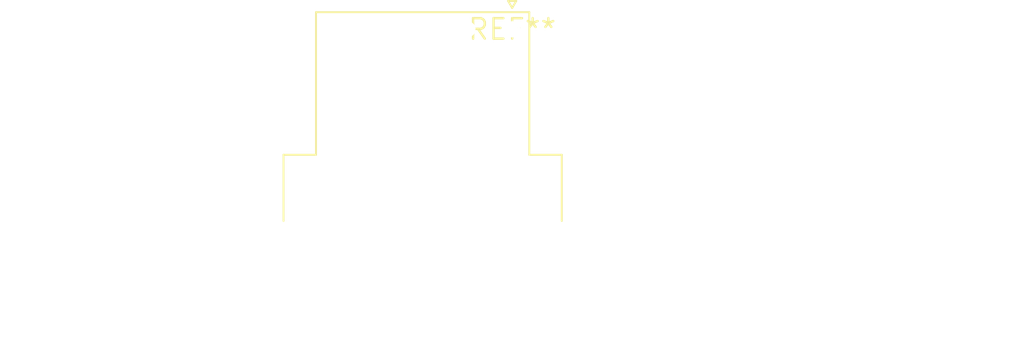
<source format=kicad_pcb>
(kicad_pcb (version 20240108) (generator pcbnew)
  (layers (0 "F.Cu" signal) (31 "B.Cu" signal) (34 "B.Paste" user) (35 "F.Paste" user) (36 "B.SilkS" user "B.Silkscreen") (37 "F.SilkS" user "F.Silkscreen") (38 "B.Mask" user) (39 "F.Mask" user) (44 "Edge.Cuts" user))
  (net 0 "")
  (footprint "DSUB-9_Female_Horizontal_P2.77x2.54mm_EdgePinOffset9.40mm" (layer "F.Cu") (at 0 0)
    (property "Reference" "REF**")
    (property "Value" "DSUB-9_Female_Horizontal_P2.77x2.54mm_EdgePinOffset9.40mm")
    (fp_line (start -14.15 7.78) (end -12.14 7.78) (layer "F.SilkS") (stroke (width 0.12)))
    (fp_line (start -14.15 11.88) (end -14.15 7.78) (layer "F.SilkS") (stroke (width 0.12)))
    (fp_line (start -12.14 -1.06) (end 1.06 -1.06) (layer "F.SilkS") (stroke (width 0.12)))
    (fp_line (start -12.14 7.78) (end -12.14 -1.06) (layer "F.SilkS") (stroke (width 0.12)))
    (fp_line (start -0.25 -1.754338) (end 0.25 -1.754338) (layer "F.SilkS") (stroke (width 0.12)))
    (fp_line (start 0 -1.321325) (end -0.25 -1.754338) (layer "F.SilkS") (stroke (width 0.12)))
    (fp_line (start 0.25 -1.754338) (end 0 -1.321325) (layer "F.SilkS") (stroke (width 0.12)))
    (fp_line (start 1.06 -1.06) (end 1.06 7.78) (layer "F.SilkS") (stroke (width 0.12)))
    (fp_line (start 1.06 7.78) (end 3.07 7.78) (layer "F.SilkS") (stroke (width 0.12)))
    (fp_line (start 3.07 7.78) (end 3.07 11.88) (layer "F.SilkS") (stroke (width 0.12)))
    (pad "1" thru_hole rect (at 0 0) (size 1.6 1.6) (drill 1) (layers *.Cu *.Mask) (remove_unused_layers))
    (pad "2" thru_hole circle (at -2.77 0) (size 1.6 1.6) (drill 1) (layers *.Cu *.Mask) (remove_unused_layers))
    (pad "3" thru_hole circle (at -5.54 0) (size 1.6 1.6) (drill 1) (layers *.Cu *.Mask) (remove_unused_layers))
    (pad "4" thru_hole circle (at -8.31 0) (size 1.6 1.6) (drill 1) (layers *.Cu *.Mask) (remove_unused_layers))
    (pad "5" thru_hole circle (at -11.08 0) (size 1.6 1.6) (drill 1) (layers *.Cu *.Mask) (remove_unused_layers))
    (pad "6" thru_hole circle (at -1.385 2.54) (size 1.6 1.6) (drill 1) (layers *.Cu *.Mask) (remove_unused_layers))
    (pad "7" thru_hole circle (at -4.155 2.54) (size 1.6 1.6) (drill 1) (layers *.Cu *.Mask) (remove_unused_layers))
    (pad "8" thru_hole circle (at -6.925 2.54) (size 1.6 1.6) (drill 1) (layers *.Cu *.Mask) (remove_unused_layers))
    (pad "9" thru_hole circle (at -9.695 2.54) (size 1.6 1.6) (drill 1) (layers *.Cu *.Mask) (remove_unused_layers))
  )
)
</source>
